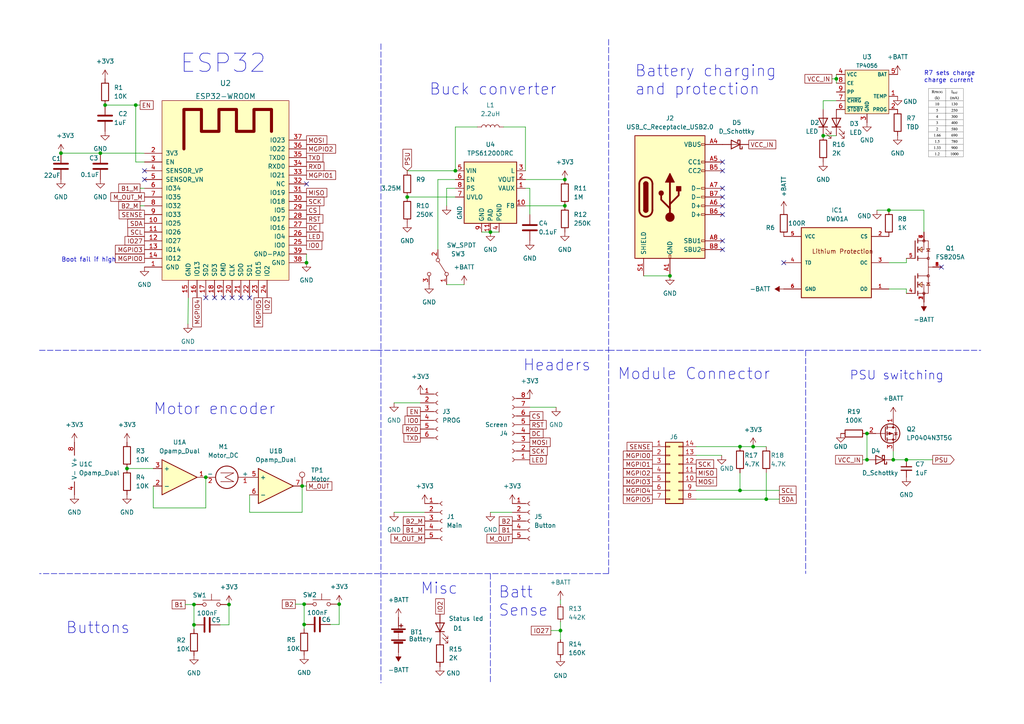
<source format=kicad_sch>
(kicad_sch (version 20211123) (generator eeschema)
  (paper "A4")
  (lib_symbols
    (symbol "Connector:Conn_01x05_Female" (pin_names (offset 1.016) hide)
      (property "Reference" "J" (at 0 7.62 0))
      (property "Value" "Conn_01x05_Female" (at 0 -7.62 0))
      (symbol "Conn_01x05_Female_1_1"
        (pin passive line (at -5.08 5.08 0) (length 3.81) (name "Pin_1") (number "1"))
        (pin passive line (at -5.08 2.54 0) (length 3.81) (name "Pin_2") (number "2"))
        (pin passive line (at -5.08 0 0) (length 3.81) (name "Pin_3") (number "3"))
        (pin passive line (at -5.08 -2.54 0) (length 3.81) (name "Pin_4") (number "4"))
        (pin passive line (at -5.08 -5.08 0) (length 3.81) (name "Pin_5") (number "5"))
      )
    )
    (symbol "Connector:Conn_01x06_Female" (pin_names (offset 1.016) hide)
      (property "Reference" "J" (at 0 7.62 0))
      (property "Value" "Conn_01x06_Female" (at 0 -10.16 0))
      (symbol "Conn_01x06_Female_1_1"
        (pin passive line (at -5.08 5.08 0) (length 3.81) (name "Pin_1") (number "1"))
        (pin passive line (at -5.08 2.54 0) (length 3.81) (name "Pin_2") (number "2"))
        (pin passive line (at -5.08 0 0) (length 3.81) (name "Pin_3") (number "3"))
        (pin passive line (at -5.08 -2.54 0) (length 3.81) (name "Pin_4") (number "4"))
        (pin passive line (at -5.08 -5.08 0) (length 3.81) (name "Pin_5") (number "5"))
        (pin passive line (at -5.08 -7.62 0) (length 3.81) (name "Pin_6") (number "6"))
      )
    )
    (symbol "Connector:Conn_01x08_Female" (pin_names (offset 1.016) hide)
      (property "Reference" "J" (at 0 10.16 0))
      (property "Value" "Conn_01x08_Female" (at 0 -12.7 0))
      (symbol "Conn_01x08_Female_1_1"
        (pin passive line (at -5.08 7.62 0) (length 3.81) (name "Pin_1") (number "1"))
        (pin passive line (at -5.08 5.08 0) (length 3.81) (name "Pin_2") (number "2"))
        (pin passive line (at -5.08 2.54 0) (length 3.81) (name "Pin_3") (number "3"))
        (pin passive line (at -5.08 0 0) (length 3.81) (name "Pin_4") (number "4"))
        (pin passive line (at -5.08 -2.54 0) (length 3.81) (name "Pin_5") (number "5"))
        (pin passive line (at -5.08 -5.08 0) (length 3.81) (name "Pin_6") (number "6"))
        (pin passive line (at -5.08 -7.62 0) (length 3.81) (name "Pin_7") (number "7"))
        (pin passive line (at -5.08 -10.16 0) (length 3.81) (name "Pin_8") (number "8"))
      )
    )
    (symbol "Connector:TestPoint" (pin_numbers hide) (pin_names (offset 0.762) hide)
      (property "Reference" "TP" (at 0 6.858 0))
      (property "Value" "TestPoint" (at 0 5.08 0))
      (symbol "TestPoint_1_1"
        (pin passive line (at 0 0 90) (length 2.54) (name "1") (number "1"))
      )
    )
    (symbol "Connector:USB_C_Receptacle_USB2.0" (pin_names (offset 1.016))
      (property "Reference" "J" (at -10.16 19.05 0))
      (property "Value" "USB_C_Receptacle_USB2.0" (at 19.05 19.05 0))
      (symbol "USB_C_Receptacle_USB2.0_1_1"
        (pin passive line (at 0 -22.86 90) (length 5.08) (name "GND") (number "A1"))
        (pin passive line (at 0 -22.86 90) (length 5.08) hide (name "GND") (number "A12"))
        (pin passive line (at 15.24 15.24 180) (length 5.08) (name "VBUS") (number "A4"))
        (pin bidirectional line (at 15.24 10.16 180) (length 5.08) (name "CC1") (number "A5"))
        (pin bidirectional line (at 15.24 -2.54 180) (length 5.08) (name "D+") (number "A6"))
        (pin bidirectional line (at 15.24 2.54 180) (length 5.08) (name "D-") (number "A7"))
        (pin bidirectional line (at 15.24 -12.7 180) (length 5.08) (name "SBU1") (number "A8"))
        (pin passive line (at 15.24 15.24 180) (length 5.08) hide (name "VBUS") (number "A9"))
        (pin passive line (at 0 -22.86 90) (length 5.08) hide (name "GND") (number "B1"))
        (pin passive line (at 0 -22.86 90) (length 5.08) hide (name "GND") (number "B12"))
        (pin passive line (at 15.24 15.24 180) (length 5.08) hide (name "VBUS") (number "B4"))
        (pin bidirectional line (at 15.24 7.62 180) (length 5.08) (name "CC2") (number "B5"))
        (pin bidirectional line (at 15.24 -5.08 180) (length 5.08) (name "D+") (number "B6"))
        (pin bidirectional line (at 15.24 0 180) (length 5.08) (name "D-") (number "B7"))
        (pin bidirectional line (at 15.24 -15.24 180) (length 5.08) (name "SBU2") (number "B8"))
        (pin passive line (at 15.24 15.24 180) (length 5.08) hide (name "VBUS") (number "B9"))
        (pin passive line (at -7.62 -22.86 90) (length 5.08) (name "SHIELD") (number "S1"))
      )
    )
    (symbol "Connector_Generic:Conn_02x07_Counter_Clockwise" (pin_names (offset 1.016) hide)
      (property "Reference" "J" (at 1.27 10.16 0))
      (property "Value" "Conn_02x07_Counter_Clockwise" (at 1.27 -10.16 0))
      (symbol "Conn_02x07_Counter_Clockwise_1_1"
        (pin passive line (at -5.08 7.62 0) (length 3.81) (name "Pin_1") (number "1"))
        (pin passive line (at 7.62 -2.54 180) (length 3.81) (name "Pin_10") (number "10"))
        (pin passive line (at 7.62 0 180) (length 3.81) (name "Pin_11") (number "11"))
        (pin passive line (at 7.62 2.54 180) (length 3.81) (name "Pin_12") (number "12"))
        (pin passive line (at 7.62 5.08 180) (length 3.81) (name "Pin_13") (number "13"))
        (pin passive line (at 7.62 7.62 180) (length 3.81) (name "Pin_14") (number "14"))
        (pin passive line (at -5.08 5.08 0) (length 3.81) (name "Pin_2") (number "2"))
        (pin passive line (at -5.08 2.54 0) (length 3.81) (name "Pin_3") (number "3"))
        (pin passive line (at -5.08 0 0) (length 3.81) (name "Pin_4") (number "4"))
        (pin passive line (at -5.08 -2.54 0) (length 3.81) (name "Pin_5") (number "5"))
        (pin passive line (at -5.08 -5.08 0) (length 3.81) (name "Pin_6") (number "6"))
        (pin passive line (at -5.08 -7.62 0) (length 3.81) (name "Pin_7") (number "7"))
        (pin passive line (at 7.62 -7.62 180) (length 3.81) (name "Pin_8") (number "8"))
        (pin passive line (at 7.62 -5.08 180) (length 3.81) (name "Pin_9") (number "9"))
      )
    )
    (symbol "DW01A:DW01A" (pin_names (offset 1.016))
      (property "Reference" "IC" (at -5.08 11.43 0))
      (property "Value" "DW01A" (at -5.08 -12.7 0))
      (symbol "DW01A_0_0"
        (text "Lithium Protection" (at -7.112 2.54 0) (effects (font (size 1.27 1.27)) (justify left bottom)))
        (pin bidirectional line (at 15.24 -7.62 180) (length 5.08) (name "OD") (number "1"))
        (pin bidirectional line (at 15.24 7.62 180) (length 5.08) (name "CS") (number "2"))
        (pin bidirectional line (at 15.24 0 180) (length 5.08) (name "OC") (number "3"))
        (pin bidirectional line (at -15.24 0 0) (length 5.08) (name "TD") (number "4"))
        (pin power_in line (at -15.24 7.62 0) (length 5.08) (name "VCC") (number "5"))
        (pin power_in line (at -15.24 -7.62 0) (length 5.08) (name "GND") (number "6"))
      )
    )
    (symbol "Device:Battery" (pin_numbers hide) (pin_names (offset 0) hide)
      (property "Reference" "BT" (at 2.54 2.54 0))
      (property "Value" "Battery" (at 2.54 0 0))
      (symbol "Battery_1_1"
        (pin passive line (at 0 5.08 270) (length 2.54) (name "+") (number "1"))
        (pin passive line (at 0 -5.08 90) (length 2.54) (name "-") (number "2"))
      )
    )
    (symbol "Device:C" (pin_numbers hide) (pin_names (offset 0.254))
      (property "Reference" "C" (at 0.635 2.54 0))
      (property "Value" "C" (at 0.635 -2.54 0))
      (symbol "C_1_1"
        (pin passive line (at 0 3.81 270) (length 2.794) (name "~") (number "1"))
        (pin passive line (at 0 -3.81 90) (length 2.794) (name "~") (number "2"))
      )
    )
    (symbol "Device:C_Small" (pin_numbers hide) (pin_names (offset 0.254) hide)
      (property "Reference" "C" (at 0.254 1.778 0))
      (property "Value" "C_Small" (at 0.254 -2.032 0))
      (symbol "C_Small_1_1"
        (pin passive line (at 0 2.54 270) (length 2.032) (name "~") (number "1"))
        (pin passive line (at 0 -2.54 90) (length 2.032) (name "~") (number "2"))
      )
    )
    (symbol "Device:D_Schottky" (pin_numbers hide) (pin_names (offset 1.016) hide)
      (property "Reference" "D" (at 0 2.54 0))
      (property "Value" "D_Schottky" (at 0 -2.54 0))
      (symbol "D_Schottky_1_1"
        (pin passive line (at -3.81 0 0) (length 2.54) (name "K") (number "1"))
        (pin passive line (at 3.81 0 180) (length 2.54) (name "A") (number "2"))
      )
    )
    (symbol "Device:L" (pin_numbers hide) (pin_names (offset 1.016) hide)
      (property "Reference" "L" (at -1.27 0 90))
      (property "Value" "L" (at 1.905 0 90))
      (symbol "L_1_1"
        (pin passive line (at 0 3.81 270) (length 1.27) (name "1") (number "1"))
        (pin passive line (at 0 -3.81 90) (length 1.27) (name "2") (number "2"))
      )
    )
    (symbol "Device:LED" (pin_numbers hide) (pin_names (offset 1.016) hide)
      (property "Reference" "D" (at 0 2.54 0))
      (property "Value" "LED" (at 0 -2.54 0))
      (symbol "LED_1_1"
        (pin passive line (at -3.81 0 0) (length 2.54) (name "K") (number "1"))
        (pin passive line (at 3.81 0 180) (length 2.54) (name "A") (number "2"))
      )
    )
    (symbol "Device:Opamp_Dual"
      (property "Reference" "U" (at 0 5.08 0))
      (property "Value" "Opamp_Dual" (at 0 -5.08 0))
      (symbol "Opamp_Dual_1_1"
        (pin output line (at 7.62 0 180) (length 2.54) (name "~") (number "1"))
        (pin input line (at -7.62 -2.54 0) (length 2.54) (name "-") (number "2"))
        (pin input line (at -7.62 2.54 0) (length 2.54) (name "+") (number "3"))
      )
      (symbol "Opamp_Dual_2_1"
        (pin input line (at -7.62 2.54 0) (length 2.54) (name "+") (number "5"))
        (pin input line (at -7.62 -2.54 0) (length 2.54) (name "-") (number "6"))
        (pin output line (at 7.62 0 180) (length 2.54) (name "~") (number "7"))
      )
      (symbol "Opamp_Dual_3_1"
        (pin power_in line (at -2.54 -7.62 90) (length 3.81) (name "V-") (number "4"))
        (pin power_in line (at -2.54 7.62 270) (length 3.81) (name "V+") (number "8"))
      )
    )
    (symbol "Device:Q_PMOS_DGS" (pin_names (offset 0) hide)
      (property "Reference" "Q" (at 5.08 1.27 0))
      (property "Value" "Q_PMOS_DGS" (at 5.08 -1.27 0))
      (symbol "Q_PMOS_DGS_1_1"
        (pin passive line (at 2.54 5.08 270) (length 2.54) (name "D") (number "1"))
        (pin input line (at -5.08 0 0) (length 2.54) (name "G") (number "2"))
        (pin passive line (at 2.54 -5.08 90) (length 2.54) (name "S") (number "3"))
      )
    )
    (symbol "Device:R" (pin_numbers hide) (pin_names (offset 0))
      (property "Reference" "R" (at 2.032 0 90))
      (property "Value" "R" (at 0 0 90))
      (symbol "R_1_1"
        (pin passive line (at 0 3.81 270) (length 1.27) (name "~") (number "1"))
        (pin passive line (at 0 -3.81 90) (length 1.27) (name "~") (number "2"))
      )
    )
    (symbol "Device:R_Small" (pin_numbers hide) (pin_names (offset 0.254) hide)
      (property "Reference" "R" (at 0.762 0.508 0))
      (property "Value" "R_Small" (at 0.762 -1.016 0))
      (symbol "R_Small_1_1"
        (pin passive line (at 0 2.54 270) (length 0.762) (name "~") (number "1"))
        (pin passive line (at 0 -2.54 90) (length 0.762) (name "~") (number "2"))
      )
    )
    (symbol "ESP32-footprints-Shem-Lib:ESP32-WROOM" (pin_names (offset 1.016))
      (property "Reference" "U" (at -17.78 31.75 0))
      (property "Value" "ESP32-WROOM" (at 12.7 31.75 0))
      (symbol "ESP32-WROOM_1_1"
        (pin input line (at -24.13 -17.78 0) (length 5.08) (name "GND") (number "1"))
        (pin input line (at -24.13 -5.08 0) (length 5.08) (name "IO25") (number "10"))
        (pin input line (at -24.13 -7.62 0) (length 5.08) (name "IO26") (number "11"))
        (pin input line (at -24.13 -10.16 0) (length 5.08) (name "IO27") (number "12"))
        (pin input line (at -24.13 -12.7 0) (length 5.08) (name "IO14") (number "13"))
        (pin input line (at -24.13 -15.24 0) (length 5.08) (name "IO12") (number "14"))
        (pin input line (at -11.43 -26.67 90) (length 5.08) (name "GND") (number "15"))
        (pin input line (at -8.89 -26.67 90) (length 5.08) (name "IO13") (number "16"))
        (pin input line (at -6.35 -26.67 90) (length 5.08) (name "SD2") (number "17"))
        (pin input line (at -3.81 -26.67 90) (length 5.08) (name "SD3") (number "18"))
        (pin input line (at -1.27 -26.67 90) (length 5.08) (name "CMD") (number "19"))
        (pin input line (at -24.13 15.24 0) (length 5.08) (name "3V3") (number "2"))
        (pin input line (at 1.27 -26.67 90) (length 5.08) (name "CLK") (number "20"))
        (pin input line (at 3.81 -26.67 90) (length 5.08) (name "SDO") (number "21"))
        (pin input line (at 6.35 -26.67 90) (length 5.08) (name "SD1") (number "22"))
        (pin input line (at 8.89 -26.67 90) (length 5.08) (name "IO15") (number "23"))
        (pin input line (at 11.43 -26.67 90) (length 5.08) (name "IO2") (number "24"))
        (pin input line (at 22.86 -11.43 180) (length 5.08) (name "IO0") (number "25"))
        (pin input line (at 22.86 -8.89 180) (length 5.08) (name "IO4") (number "26"))
        (pin input line (at 22.86 -6.35 180) (length 5.08) (name "IO16") (number "27"))
        (pin input line (at 22.86 -3.81 180) (length 5.08) (name "IO17") (number "28"))
        (pin input line (at 22.86 -1.27 180) (length 5.08) (name "IO5") (number "29"))
        (pin input line (at -24.13 12.7 0) (length 5.08) (name "EN") (number "3"))
        (pin input line (at 22.86 1.27 180) (length 5.08) (name "IO18") (number "30"))
        (pin input line (at 22.86 3.81 180) (length 5.08) (name "IO19") (number "31"))
        (pin input line (at 22.86 6.35 180) (length 5.08) (name "NC") (number "32"))
        (pin input line (at 22.86 8.89 180) (length 5.08) (name "IO21") (number "33"))
        (pin input line (at 22.86 11.43 180) (length 5.08) (name "RXD0") (number "34"))
        (pin input line (at 22.86 13.97 180) (length 5.08) (name "TXD0") (number "35"))
        (pin input line (at 22.86 16.51 180) (length 5.08) (name "IO22") (number "36"))
        (pin input line (at 22.86 19.05 180) (length 5.08) (name "IO23") (number "37"))
        (pin input line (at 22.86 -16.51 180) (length 5.08) (name "GND") (number "38"))
        (pin input line (at 22.86 -13.97 180) (length 5.08) (name "GND-PAD") (number "39"))
        (pin input line (at -24.13 10.16 0) (length 5.08) (name "SENSOR_VP") (number "4"))
        (pin input line (at -24.13 7.62 0) (length 5.08) (name "SENSOR_VN") (number "5"))
        (pin input line (at -24.13 5.08 0) (length 5.08) (name "IO34") (number "6"))
        (pin input line (at -24.13 2.54 0) (length 5.08) (name "IO35") (number "7"))
        (pin input line (at -24.13 0 0) (length 5.08) (name "IO32") (number "8"))
        (pin input line (at -24.13 -2.54 0) (length 5.08) (name "IO33") (number "9"))
      )
    )
    (symbol "FS8205A:FS8205A" (pin_names (offset 1.016) hide)
      (property "Reference" "Q" (at -11.43 7.62 0))
      (property "Value" "FS8205A" (at -11.43 -12.7 0))
      (symbol "FS8205A_0_0"
        (pin passive line (at 5.08 0 180) (length 2.54) (name "~") (number "1"))
        (pin passive line (at 0 -10.16 90) (length 2.54) (name "~") (number "2"))
        (pin passive line (at 0 -10.16 90) (length 2.54) (name "~") (number "3"))
        (pin passive line (at -5.08 -7.62 0) (length 2.54) (name "~") (number "4"))
        (pin passive line (at -5.08 2.54 0) (length 2.54) (name "~") (number "5"))
        (pin passive line (at 0 10.16 270) (length 2.54) (name "~") (number "6"))
        (pin passive line (at 0 10.16 270) (length 2.54) (name "~") (number "7"))
        (pin passive line (at 5.08 0 180) (length 2.54) (name "~") (number "8"))
      )
    )
    (symbol "Motor:Motor_DC" (pin_names (offset 0))
      (property "Reference" "M" (at 2.54 2.54 0))
      (property "Value" "Motor_DC" (at 2.54 -5.08 0))
      (symbol "Motor_DC_1_1"
        (pin passive line (at 0 5.08 270) (length 2.54) (name "+") (number "1"))
        (pin passive line (at 0 -7.62 90) (length 2.54) (name "-") (number "2"))
      )
    )
    (symbol "Regulator_Switching:TPS61200DRC"
      (property "Reference" "U" (at -10.16 8.89 0))
      (property "Value" "TPS61200DRC" (at -2.54 8.89 0))
      (symbol "TPS61200DRC_1_1"
        (pin bidirectional line (at 10.16 0 180) (length 2.54) (name "VAUX") (number "1"))
        (pin input line (at 10.16 -5.08 180) (length 2.54) (name "FB") (number "10"))
        (pin power_in line (at 0 -12.7 90) (length 2.54) (name "PAD") (number "11"))
        (pin power_out line (at 10.16 2.54 180) (length 2.54) (name "VOUT") (number "2"))
        (pin input line (at 10.16 5.08 180) (length 2.54) (name "L") (number "3"))
        (pin power_in line (at 2.54 -12.7 90) (length 2.54) (name "PGND") (number "4"))
        (pin power_in line (at -10.16 5.08 0) (length 2.54) (name "VIN") (number "5"))
        (pin input line (at -10.16 2.54 0) (length 2.54) (name "EN") (number "6"))
        (pin input line (at -10.16 -2.54 0) (length 2.54) (name "UVLO") (number "7"))
        (pin input line (at -10.16 0 0) (length 2.54) (name "PS") (number "8"))
        (pin power_in line (at -2.54 -12.7 90) (length 2.54) (name "GND") (number "9"))
      )
    )
    (symbol "Switch:SW_Push" (pin_numbers hide) (pin_names (offset 1.016) hide)
      (property "Reference" "SW" (at 1.27 2.54 0))
      (property "Value" "SW_Push" (at 0 -1.524 0))
      (symbol "SW_Push_0_1"
        (pin passive line (at -5.08 0 0) (length 2.54) (name "1") (number "1"))
        (pin passive line (at 5.08 0 180) (length 2.54) (name "2") (number "2"))
      )
    )
    (symbol "Switch:SW_SPDT" (pin_names (offset 0) hide)
      (property "Reference" "SW" (at 0 4.318 0))
      (property "Value" "SW_SPDT" (at 0 -5.08 0))
      (symbol "SW_SPDT_1_1"
        (pin passive line (at 5.08 2.54 180) (length 2.54) (name "A") (number "1"))
        (pin passive line (at -5.08 0 0) (length 2.54) (name "B") (number "2"))
        (pin passive line (at 5.08 -2.54 180) (length 2.54) (name "C") (number "3"))
      )
    )
    (symbol "power:+3.3V" (power) (pin_names (offset 0))
      (property "Value" "+3.3V" (at 0 3.556 0))
      (symbol "+3.3V_1_1"
        (pin power_in line (at 0 0 90) (length 0) hide (name "+3V3") (number "1"))
      )
    )
    (symbol "power:+BATT" (power) (pin_names (offset 0))
      (property "Value" "+BATT" (at 0 3.556 0))
      (symbol "+BATT_1_1"
        (pin power_in line (at 0 0 90) (length 0) hide (name "+BATT") (number "1"))
      )
    )
    (symbol "power:-BATT" (power) (pin_names (offset 0))
      (property "Value" "-BATT" (at 0 3.556 0))
      (symbol "-BATT_1_1"
        (pin power_in line (at 0 0 90) (length 0) hide (name "-BATT") (number "1"))
      )
    )
    (symbol "power:GND" (power) (pin_names (offset 0))
      (property "Value" "GND" (at 0 -3.81 0))
      (symbol "GND_1_1"
        (pin power_in line (at 0 0 270) (length 0) hide (name "GND") (number "1"))
      )
    )
    (symbol "tp4056:TP4056"
      (property "Reference" "U3" (at 6.35 16.51 0))
      (property "Value" "TP4056" (at 6.35 13.97 0))
      (symbol "TP4056_1_1"
        (pin input line (at 15.24 5.08 180) (length 2.54) (name "TEMP") (number "1"))
        (pin input line (at 15.24 1.27 180) (length 2.54) (name "PROG") (number "2"))
        (pin input line (at 6.35 -2.54 90) (length 2.54) (name "GND") (number "3"))
        (pin input line (at -2.54 11.43 0) (length 2.54) (name "VCC") (number "4"))
        (pin input line (at 15.24 11.43 180) (length 2.54) (name "BAT") (number "5"))
        (pin input line (at -2.54 1.27 0) (length 2.54) (name "~{STDBY}") (number "6"))
        (pin input line (at -2.54 3.81 0) (length 2.54) (name "~{CHRG}") (number "7"))
        (pin input line (at -2.54 8.89 0) (length 2.54) (name "CE") (number "8"))
        (pin input line (at -2.54 6.35 0) (length 2.54) (name "PP") (number "9"))
      )
    )
  )
  (junction (at 30.48 30.48))
  (junction (at 222.25 144.78))
  (junction (at 36.83 135.89))
  (junction (at 194.31 80.01))
  (junction (at 238.76 39.37))
  (junction (at 88.9 76.2))
  (junction (at 87.63 140.97))
  (junction (at 56.261 181.229))
  (junction (at 257.81 60.96))
  (junction (at 242.57 22.86))
  (junction (at 214.63 129.54))
  (junction (at 163.83 59.69))
  (junction (at 29.1084 44.4246))
  (junction (at 214.63 142.24))
  (junction (at 98.3742 175.2346))
  (junction (at 262.89 133.35))
  (junction (at 88.2142 175.2346))
  (junction (at 66.421 175.3362))
  (junction (at 251.46 133.35))
  (junction (at 251.46 125.73))
  (junction (at 118.11 57.15))
  (junction (at 163.83 52.07))
  (junction (at 88.2142 181.1274))
  (junction (at 59.69 138.43))
  (junction (at 259.08 133.35))
  (junction (at 39.37 30.48))
  (junction (at 142.24 67.31))
  (junction (at 132.08 49.53))
  (junction (at 162.56 182.88))
  (junction (at 218.44 129.54))
  (junction (at 17.6784 44.4246))
  (junction (at 56.261 175.3362))
  (no_connect (at 62.23 86.36))
  (no_connect (at 64.77 86.36))
  (no_connect (at 72.39 86.36))
  (no_connect (at 69.85 86.36))
  (no_connect (at 67.31 86.36))
  (no_connect (at 59.69 86.36))
  (no_connect (at 41.91 49.53))
  (no_connect (at 41.91 52.07))
  (no_connect (at 209.55 69.85))
  (no_connect (at 209.55 72.39))
  (no_connect (at 209.55 46.99))
  (no_connect (at 209.55 49.53))
  (no_connect (at 209.55 54.61))
  (no_connect (at 209.55 57.15))
  (no_connect (at 209.55 59.69))
  (no_connect (at 209.55 62.23))
  (no_connect (at 273.05 77.47))
  (no_connect (at 88.9 53.34))
  (no_connect (at 227.33 76.2))
  (wire (pts (xy 40.64 59.69) (xy 41.91 59.69)))
  (wire (pts (xy 44.45 140.97) (xy 44.45 147.32)))
  (wire (pts (xy 72.39 148.59) (xy 87.63 148.59)))
  (polyline (pts (xy 110.49 12.7) (xy 110.49 198.12)))
  (wire (pts (xy 152.4 59.69) (xy 163.83 59.69)))
  (wire (pts (xy 87.63 140.97) (xy 88.9 140.97)))
  (wire (pts (xy 88.2142 181.1274) (xy 88.2142 175.2346)))
  (wire (pts (xy 85.6742 175.2346) (xy 88.2142 175.2346)))
  (wire (pts (xy 254.3556 60.96) (xy 257.81 60.96)))
  (wire (pts (xy 162.56 180.34) (xy 162.56 182.88)))
  (wire (pts (xy 242.57 29.21) (xy 238.76 29.21)))
  (wire (pts (xy 132.08 49.53) (xy 132.08 36.83)))
  (wire (pts (xy 132.08 54.61) (xy 129.54 54.61)))
  (wire (pts (xy 114.3 116.84) (xy 121.92 116.84)))
  (wire (pts (xy 54.5084 93.98) (xy 54.61 86.36)))
  (wire (pts (xy 118.11 49.53) (xy 132.08 49.53)))
  (wire (pts (xy 29.1084 44.4246) (xy 40.5384 44.4246)))
  (wire (pts (xy 238.76 39.37) (xy 242.57 39.37)))
  (wire (pts (xy 17.6784 44.4246) (xy 29.1084 44.4246)))
  (wire (pts (xy 142.24 67.31) (xy 144.78 67.31)))
  (wire (pts (xy 222.25 144.78) (xy 201.93 144.78)))
  (wire (pts (xy 257.81 60.96) (xy 267.97 60.96)))
  (wire (pts (xy 262.89 76.2) (xy 262.89 74.93)))
  (wire (pts (xy 218.44 129.54) (xy 222.25 129.54)))
  (wire (pts (xy 127 52.07) (xy 132.08 52.07)))
  (polyline (pts (xy 233.68 101.6) (xy 233.68 166.37)))
  (wire (pts (xy 44.45 147.32) (xy 59.69 147.32)))
  (wire (pts (xy 139.7 67.31) (xy 142.24 67.31)))
  (wire (pts (xy 226.06 144.78) (xy 222.25 144.78)))
  (wire (pts (xy 214.63 137.16) (xy 214.63 142.24)))
  (wire (pts (xy 66.421 175.3362) (xy 66.421 181.229)))
  (wire (pts (xy 214.63 142.24) (xy 201.93 142.24)))
  (wire (pts (xy 226.06 142.24) (xy 214.63 142.24)))
  (wire (pts (xy 72.39 143.51) (xy 72.39 148.59)))
  (wire (pts (xy 152.4 36.83) (xy 152.4 49.53)))
  (wire (pts (xy 88.9 73.66) (xy 88.9 76.2)))
  (wire (pts (xy 242.57 22.86) (xy 242.57 24.13)))
  (wire (pts (xy 39.37 30.48) (xy 30.48 30.48)))
  (wire (pts (xy 39.37 30.48) (xy 40.64 30.48)))
  (wire (pts (xy 142.24 148.59) (xy 148.59 148.59)))
  (wire (pts (xy 159.766 182.88) (xy 162.56 182.88)))
  (wire (pts (xy 114.3 148.59) (xy 123.19 148.59)))
  (wire (pts (xy 162.56 182.88) (xy 162.56 185.547)))
  (wire (pts (xy 98.3742 181.1274) (xy 95.8342 181.1274)))
  (wire (pts (xy 59.69 147.32) (xy 59.69 138.43)))
  (wire (pts (xy 259.08 130.81) (xy 259.08 133.35)))
  (wire (pts (xy 134.62 82.55) (xy 129.54 82.55)))
  (wire (pts (xy 41.91 46.99) (xy 39.37 46.99)))
  (wire (pts (xy 129.54 54.61) (xy 129.54 59.69)))
  (wire (pts (xy 152.4 54.61) (xy 153.67 54.61)))
  (wire (pts (xy 40.64 54.61) (xy 41.91 54.61)))
  (wire (pts (xy 87.63 148.59) (xy 87.63 140.97)))
  (wire (pts (xy 251.46 125.73) (xy 251.46 133.35)))
  (wire (pts (xy 242.57 21.59) (xy 242.57 22.86)))
  (wire (pts (xy 56.261 182.499) (xy 56.261 181.229)))
  (polyline (pts (xy 176.53 101.6) (xy 233.68 101.6)))
  (wire (pts (xy 146.05 36.83) (xy 152.4 36.83)))
  (wire (pts (xy 66.421 181.229) (xy 63.881 181.229)))
  (wire (pts (xy 250.19 133.35) (xy 251.46 133.35)))
  (wire (pts (xy 153.67 54.61) (xy 153.67 62.23)))
  (wire (pts (xy 88.2142 182.3974) (xy 88.2142 181.1274)))
  (wire (pts (xy 259.08 133.35) (xy 262.89 133.35)))
  (wire (pts (xy 257.81 76.2) (xy 262.89 76.2)))
  (polyline (pts (xy 11.43 101.6) (xy 110.49 101.6)))
  (wire (pts (xy 241.3 22.86) (xy 242.57 22.86)))
  (wire (pts (xy 262.89 83.82) (xy 262.89 85.09)))
  (wire (pts (xy 39.37 46.99) (xy 39.37 30.48)))
  (wire (pts (xy 132.08 36.83) (xy 138.43 36.83)))
  (wire (pts (xy 186.69 80.01) (xy 194.31 80.01)))
  (polyline (pts (xy 233.68 101.6) (xy 284.48 101.6)))
  (wire (pts (xy 222.25 137.16) (xy 222.25 144.78)))
  (polyline (pts (xy 176.53 11.43) (xy 176.53 166.37)))
  (polyline (pts (xy 142.24 166.37) (xy 142.24 198.12)))
  (wire (pts (xy 267.97 60.96) (xy 267.97 67.31)))
  (wire (pts (xy 56.261 181.229) (xy 56.261 175.3362)))
  (wire (pts (xy 262.89 133.35) (xy 270.51 133.35)))
  (wire (pts (xy 238.76 29.21) (xy 238.76 31.75)))
  (wire (pts (xy 152.4 52.07) (xy 163.83 52.07)))
  (wire (pts (xy 53.721 175.3362) (xy 56.261 175.3362)))
  (wire (pts (xy 209.3214 132.08) (xy 201.93 132.08)))
  (wire (pts (xy 218.44 129.54) (xy 214.63 129.54)))
  (wire (pts (xy 127 72.39) (xy 127 52.07)))
  (wire (pts (xy 40.5384 44.4246) (xy 41.91 44.45)))
  (polyline (pts (xy 176.53 166.37) (xy 11.43 166.37)))
  (polyline (pts (xy 109.22 101.6) (xy 176.53 101.6)))
  (wire (pts (xy 98.3742 175.2346) (xy 98.3742 181.1274)))
  (wire (pts (xy 162.56 173.99) (xy 162.56 175.26)))
  (wire (pts (xy 257.81 83.82) (xy 262.89 83.82)))
  (wire (pts (xy 36.83 135.89) (xy 44.45 135.89)))
  (wire (pts (xy 214.63 129.54) (xy 201.93 129.54)))
  (wire (pts (xy 161.29 118.11) (xy 153.67 118.11)))
  (wire (pts (xy 118.11 57.15) (xy 132.08 57.15)))
  (image (at 274.32 35.56) (scale 0.331814))
  (text "ESP32" (at 52.07 21.59 0) (effects (font (size 5.27 5.27)) (justify left bottom)))
  (text "Buttons" (at 19.05 184.15 0) (effects (font (size 3.27 3.27)) (justify left bottom)))
  (text "Battery charging\nand protection" (at 184.0992 27.9146 0) (effects (font (size 3.27 3.27)) (justify left bottom)))
  (text "Buck converter\n" (at 124.46 27.94 0) (effects (font (size 3.27 3.27)) (justify left bottom)))
  (text "Module Connector\n" (at 179.07 110.49 0) (effects (font (size 3.27 3.27)) (justify left bottom)))
  (text "PSU switching\n" (at 246.38 110.49 0) (effects (font (size 2.54 2.54)) (justify left bottom)))
  (text "Batt\nSense" (at 144.526 179.07 0) (effects (font (size 3.27 3.27)) (justify left bottom)))
  (text "Headers\n" (at 171.45 107.95 180) (effects (font (size 3.27 3.27)) (justify right bottom)))
  (text "Misc\n" (at 121.92 172.72 0) (effects (font (size 3.27 3.27)) (justify left bottom)))
  (text "Boot fail if high\n" (at 17.78 76.2 0) (effects (font (size 1.27 1.27)) (justify left bottom)))
  (text "R7 sets charge \ncharge current\n" (at 267.97 24.13 0) (effects (font (size 1.27 1.27)) (justify left bottom)))
  (text "Motor encoder\n" (at 44.45 120.65 0) (effects (font (size 3.27 3.27)) (justify left bottom)))
  (global_label "VCC_IN" (shape passive) (at 217.17 41.91 0) (property "Intersheet References" "${INTERSHEET_REFS}" (effects hide)))
  (global_label "B1" (shape passive) (at 148.59 153.67 180) (property "Intersheet References" "${INTERSHEET_REFS}" (effects hide)))
  (global_label "TXD" (shape passive) (at 88.9 45.72 0) (property "Intersheet References" "${INTERSHEET_REFS}" (effects hide)))
  (global_label "M_OUT" (shape passive) (at 88.9 140.97 0) (property "Intersheet References" "${INTERSHEET_REFS}" (effects hide)))
  (global_label "SDA" (shape passive) (at 226.06 144.78 0) (property "Intersheet References" "${INTERSHEET_REFS}" (effects hide)))
  (global_label "LED" (shape passive) (at 153.67 133.35 0) (property "Intersheet References" "${INTERSHEET_REFS}" (effects hide)))
  (global_label "SENSE" (shape passive) (at 189.23 129.54 180) (property "Intersheet References" "${INTERSHEET_REFS}" (effects hide)))
  (global_label "MISO" (shape passive) (at 201.93 137.16 0) (property "Intersheet References" "${INTERSHEET_REFS}" (effects hide)))
  (global_label "B2" (shape passive) (at 85.6742 175.2346 180) (property "Intersheet References" "${INTERSHEET_REFS}" (effects hide)))
  (global_label "SCK" (shape passive) (at 88.9 58.42 0) (property "Intersheet References" "${INTERSHEET_REFS}" (effects hide)))
  (global_label "RST" (shape passive) (at 88.9 63.5 0) (property "Intersheet References" "${INTERSHEET_REFS}" (effects hide)))
  (global_label "M_OUT_M" (shape passive) (at 123.19 156.21 180) (property "Intersheet References" "${INTERSHEET_REFS}" (effects hide)))
  (global_label "MGPIO3" (shape passive) (at 41.91 72.39 180) (property "Intersheet References" "${INTERSHEET_REFS}" (effects hide)))
  (global_label "MGPIO5" (shape passive) (at 74.93 86.36 270) (property "Intersheet References" "${INTERSHEET_REFS}" (effects hide)))
  (global_label "PSU" (shape input) (at 118.11 49.53 90) (property "Intersheet References" "${INTERSHEET_REFS}" (effects hide)))
  (global_label "VCC_IN" (shape passive) (at 250.19 133.35 180) (property "Intersheet References" "${INTERSHEET_REFS}" (effects hide)))
  (global_label "VCC_IN" (shape passive) (at 241.3 22.86 180) (property "Intersheet References" "${INTERSHEET_REFS}" (effects hide)))
  (global_label "IO0" (shape passive) (at 88.9 71.12 0) (property "Intersheet References" "${INTERSHEET_REFS}" (effects hide)))
  (global_label "IO2" (shape passive) (at 77.47 86.36 270) (property "Intersheet References" "${INTERSHEET_REFS}" (effects hide)))
  (global_label "SDA" (shape passive) (at 41.91 64.77 180) (property "Intersheet References" "${INTERSHEET_REFS}" (effects hide)))
  (global_label "IO27" (shape passive) (at 41.91 69.85 180) (property "Intersheet References" "${INTERSHEET_REFS}" (effects hide)))
  (global_label "DC" (shape passive) (at 153.67 125.73 0) (property "Intersheet References" "${INTERSHEET_REFS}" (effects hide)))
  (global_label "CS" (shape passive) (at 88.9 60.96 0) (property "Intersheet References" "${INTERSHEET_REFS}" (effects hide)))
  (global_label "IO0" (shape passive) (at 121.92 121.92 180) (property "Intersheet References" "${INTERSHEET_REFS}" (effects hide)))
  (global_label "SCK" (shape passive) (at 201.93 134.62 0) (property "Intersheet References" "${INTERSHEET_REFS}" (effects hide)))
  (global_label "MGPIO2" (shape passive) (at 88.9 43.18 0) (property "Intersheet References" "${INTERSHEET_REFS}" (effects hide)))
  (global_label "MOSI" (shape passive) (at 88.9 40.64 0) (property "Intersheet References" "${INTERSHEET_REFS}" (effects hide)))
  (global_label "TXD" (shape passive) (at 121.92 127 180) (property "Intersheet References" "${INTERSHEET_REFS}" (effects hide)))
  (global_label "B2_M" (shape passive) (at 40.64 59.69 180) (property "Intersheet References" "${INTERSHEET_REFS}" (effects hide)))
  (global_label "SENSE" (shape passive) (at 41.91 62.23 180) (property "Intersheet References" "${INTERSHEET_REFS}" (effects hide)))
  (global_label "DC" (shape passive) (at 88.9 66.04 0) (property "Intersheet References" "${INTERSHEET_REFS}" (effects hide)))
  (global_label "MOSI" (shape passive) (at 201.93 139.7 0) (property "Intersheet References" "${INTERSHEET_REFS}" (effects hide)))
  (global_label "MGPIO1" (shape passive) (at 189.23 134.62 180) (property "Intersheet References" "${INTERSHEET_REFS}" (effects hide)))
  (global_label "MGPIO3" (shape passive) (at 189.23 139.7 180) (property "Intersheet References" "${INTERSHEET_REFS}" (effects hide)))
  (global_label "B1_M" (shape passive) (at 123.19 153.67 180) (property "Intersheet References" "${INTERSHEET_REFS}" (effects hide)))
  (global_label "B1_M" (shape passive) (at 40.64 54.61 180) (property "Intersheet References" "${INTERSHEET_REFS}" (effects hide)))
  (global_label "IO27" (shape passive) (at 159.766 182.88 180) (property "Intersheet References" "${INTERSHEET_REFS}" (effects hide)))
  (global_label "MGPIO1" (shape passive) (at 88.9 50.8 0) (property "Intersheet References" "${INTERSHEET_REFS}" (effects hide)))
  (global_label "SCL" (shape passive) (at 226.06 142.24 0) (property "Intersheet References" "${INTERSHEET_REFS}" (effects hide)))
  (global_label "IO2" (shape passive) (at 127.6096 178.1302 90) (property "Intersheet References" "${INTERSHEET_REFS}" (effects hide)))
  (global_label "RXD" (shape passive) (at 88.9 48.26 0) (property "Intersheet References" "${INTERSHEET_REFS}" (effects hide)))
  (global_label "MGPIO0" (shape passive) (at 41.91 74.93 180) (property "Intersheet References" "${INTERSHEET_REFS}" (effects hide)))
  (global_label "PSU" (shape output) (at 270.51 133.35 0) (property "Intersheet References" "${INTERSHEET_REFS}" (effects hide)))
  (global_label "MGPIO2" (shape passive) (at 189.23 137.16 180) (property "Intersheet References" "${INTERSHEET_REFS}" (effects hide)))
  (global_label "B2_M" (shape passive) (at 123.19 151.13 180) (property "Intersheet References" "${INTERSHEET_REFS}" (effects hide)))
  (global_label "SCK" (shape passive) (at 153.67 130.81 0) (property "Intersheet References" "${INTERSHEET_REFS}" (effects hide)))
  (global_label "SCL" (shape passive) (at 41.91 67.31 180) (property "Intersheet References" "${INTERSHEET_REFS}" (effects hide)))
  (global_label "MISO" (shape passive) (at 88.9 55.88 0) (property "Intersheet References" "${INTERSHEET_REFS}" (effects hide)))
  (global_label "M_OUT" (shape passive) (at 148.59 156.21 180) (property "Intersheet References" "${INTERSHEET_REFS}" (effects hide)))
  (global_label "MGPIO4" (shape passive) (at 189.23 142.24 180) (property "Intersheet References" "${INTERSHEET_REFS}" (effects hide)))
  (global_label "RST" (shape passive) (at 153.67 123.19 0) (property "Intersheet References" "${INTERSHEET_REFS}" (effects hide)))
  (global_label "B1" (shape passive) (at 53.721 175.3362 180) (property "Intersheet References" "${INTERSHEET_REFS}" (effects hide)))
  (global_label "M_OUT_M" (shape passive) (at 41.91 57.15 180) (property "Intersheet References" "${INTERSHEET_REFS}" (effects hide)))
  (global_label "LED" (shape passive) (at 88.9 68.58 0) (property "Intersheet References" "${INTERSHEET_REFS}" (effects hide)))
  (global_label "EN" (shape passive) (at 121.92 119.38 180) (property "Intersheet References" "${INTERSHEET_REFS}" (effects hide)))
  (global_label "RXD" (shape passive) (at 121.92 124.46 180) (property "Intersheet References" "${INTERSHEET_REFS}" (effects hide)))
  (global_label "B2" (shape passive) (at 148.59 151.13 180) (property "Intersheet References" "${INTERSHEET_REFS}" (effects hide)))
  (global_label "MGPIO5" (shape passive) (at 189.23 144.78 180) (property "Intersheet References" "${INTERSHEET_REFS}" (effects hide)))
  (global_label "MGPIO0" (shape passive) (at 189.23 132.08 180) (property "Intersheet References" "${INTERSHEET_REFS}" (effects hide)))
  (global_label "EN" (shape passive) (at 40.64 30.48 0) (property "Intersheet References" "${INTERSHEET_REFS}" (effects hide)))
  (global_label "MGPIO4" (shape passive) (at 57.15 86.36 270) (property "Intersheet References" "${INTERSHEET_REFS}" (effects hide)))
  (global_label "CS" (shape passive) (at 153.67 120.65 0) (property "Intersheet References" "${INTERSHEET_REFS}" (effects hide)))
  (global_label "MOSI" (shape passive) (at 153.67 128.27 0) (property "Intersheet References" "${INTERSHEET_REFS}" (effects hide)))
  (symbol (lib_id "power:GND") (at 29.1084 52.0446 0) (unit 1)
    (property "Reference" "#PWR0102" (effects hide))
    (property "Value" "GND" (at 29.1084 57.1246 0))
  )
  (symbol (lib_id "Device:R_Small") (at 162.56 188.087 0) (unit 1)
    (property "Reference" "R14" (at 164.846 186.8169 0) (effects (justify left)))
    (property "Value" "160K" (at 164.846 189.3569 0) (effects (justify left)))
    (property "Footprint" "Resistor_SMD:R_0402_1005Metric_Pad0.72x0.64mm_HandSolder" (effects hide))
  )
  (symbol (lib_id "power:GND") (at 142.24 67.31 0) (unit 1)
    (property "Reference" "#PWR0142" (effects hide))
    (property "Value" "GND" (at 142.24 72.39 0))
  )
  (symbol (lib_id "Device:R_Small") (at 162.56 177.8 0) (unit 1)
    (property "Reference" "R13" (at 164.846 176.5299 0) (effects (justify left)))
    (property "Value" "442K" (at 164.846 179.0699 0) (effects (justify left)))
    (property "Footprint" "Resistor_SMD:R_0402_1005Metric_Pad0.72x0.64mm_HandSolder" (effects hide))
  )
  (symbol (lib_id "Device:C") (at 17.6784 48.2346 0) (unit 1)
    (property "Reference" "C1" (at 14.986 46.0248 0) (effects (justify left)))
    (property "Value" "22uF" (at 12.6746 50.8762 0) (effects (justify left)))
    (property "Footprint" "Capacitor_SMD:C_0805_2012Metric_Pad1.18x1.45mm_HandSolder" (effects hide))
  )
  (symbol (lib_id "power:GND") (at 194.31 80.01 0) (unit 1)
    (property "Reference" "#PWR0121" (effects hide))
    (property "Value" "GND" (at 194.31 85.09 0))
  )
  (symbol (lib_id "Regulator_Switching:TPS61200DRC") (at 142.24 54.61 0) (unit 1)
    (property "Reference" "U4" (at 142.24 41.91 0))
    (property "Value" "TPS61200DRC" (at 142.24 44.45 0))
    (property "Footprint" "Package_SON:Texas_S-PVSON-N10_ThermalVias" (effects hide))
    (property "Datasheet" "http://www.ti.com/lit/ds/symlink/tps61200.pdf" (effects hide))
  )
  (symbol (lib_id "Device:R") (at 238.76 43.18 0) (unit 1)
    (property "Reference" "R16" (at 241.3 41.9099 0) (effects (justify left)))
    (property "Value" "2K" (at 241.3 44.4499 0) (effects (justify left)))
    (property "Footprint" "Resistor_SMD:R_0805_2012Metric" (effects hide))
  )
  (symbol (lib_id "power:+3.3V") (at 121.92 114.3 0) (unit 1)
    (property "Reference" "#PWR0132" (effects hide))
    (property "Value" "+3.3V" (at 121.92 109.22 0))
  )
  (symbol (lib_id "Device:R") (at 214.63 133.35 0) (unit 1)
    (property "Reference" "R17" (at 215.9 132.08 0) (effects (justify left)))
    (property "Value" "4.7K" (at 215.9 134.62 0) (effects (justify left)))
    (property "Footprint" "Resistor_SMD:R_0805_2012Metric" (effects hide))
  )
  (symbol (lib_id "power:GND") (at 260.35 27.94 0) (unit 1)
    (property "Reference" "#PWR0123" (effects hide))
    (property "Value" "GND" (at 264.0076 29.464 0))
  )
  (symbol (lib_id "Device:R") (at 36.83 132.08 0) (unit 1)
    (property "Reference" "R3" (at 39.37 130.8099 0) (effects (justify left)))
    (property "Value" "10K" (at 39.37 133.3499 0) (effects (justify left)))
    (property "Footprint" "Resistor_SMD:R_0805_2012Metric_Pad1.20x1.40mm_HandSolder" (effects hide))
  )
  (symbol (lib_id "power:+3.3V") (at 153.67 115.57 0) (unit 1)
    (property "Reference" "#PWR0134" (effects hide))
    (property "Value" "+3.3V" (at 153.67 110.49 0))
  )
  (symbol (lib_id "power:GND") (at 254.3556 60.96 0) (unit 1)
    (property "Reference" "#PWR0127" (effects hide))
    (property "Value" "GND" (at 250.698 62.6364 0))
  )
  (symbol (lib_id "Device:C_Small") (at 262.89 135.89 0) (unit 1)
    (property "Reference" "C7" (at 265.43 134.6262 0) (effects (justify left)))
    (property "Value" "1uF" (at 265.43 137.1662 0) (effects (justify left)))
    (property "Footprint" "Capacitor_SMD:C_0805_2012Metric_Pad1.18x1.45mm_HandSolder" (effects hide))
  )
  (symbol (lib_id "Connector_Generic:Conn_02x07_Counter_Clockwise") (at 194.31 137.16 0) (unit 1)
    (property "Reference" "J6" (at 195.453 126.7206 0))
    (property "Value" "Conn_02x07_Counter_Clockwise" (effects hide))
    (property "Footprint" "Connector_PinHeader_1.27mm:PinHeader_2x07_P1.27mm_Horizontal" (effects hide))
  )
  (symbol (lib_id "power:GND") (at 251.46 35.56 0) (unit 1)
    (property "Reference" "#PWR0122" (effects hide))
    (property "Value" "GND" (at 251.46 40.64 0))
  )
  (symbol (lib_id "power:GND") (at 238.76 46.99 0) (unit 1)
    (property "Reference" "#PWR0119" (effects hide))
    (property "Value" "GND" (at 238.76 52.07 0))
  )
  (symbol (lib_id "power:GND") (at 162.56 190.627 0) (unit 1)
    (property "Reference" "#PWR0148" (effects hide))
    (property "Value" "GND" (at 162.56 195.961 0))
  )
  (symbol (lib_id "Device:R") (at 118.11 60.96 0) (unit 1)
    (property "Reference" "R10" (at 120.65 59.6899 0) (effects (justify left)))
    (property "Value" "250K" (at 120.65 62.2299 0) (effects (justify left)))
    (property "Footprint" "Inductor_SMD:L_0805_2012Metric" (effects hide))
  )
  (symbol (lib_id "power:GND") (at 41.91 77.47 0) (unit 1)
    (property "Reference" "#PWR0103" (effects hide))
    (property "Value" "GND" (at 41.91 82.55 0))
  )
  (symbol (lib_id "Switch:SW_SPDT") (at 127 77.47 270) (unit 1)
    (property "Reference" "SW3" (at 130.81 73.66 90) (effects (justify left)))
    (property "Value" "SW_SPDT" (at 129.54 71.12 90) (effects (justify left)))
    (property "Footprint" "Connector_PinHeader_2.00mm:PinHeader_1x03_P2.00mm_Vertical" (effects hide))
  )
  (symbol (lib_id "Connector:USB_C_Receptacle_USB2.0") (at 194.31 57.15 0) (unit 1)
    (property "Reference" "J2" (at 194.31 34.29 0))
    (property "Value" "USB_C_Receptacle_USB2.0" (at 194.31 36.83 0))
    (property "Footprint" "Connector_USB:USB_C_Receptacle_GCT_USB4085" (effects hide))
    (property "Datasheet" "https://www.usb.org/sites/default/files/documents/usb_type-c.zip" (effects hide))
  )
  (symbol (lib_id "Connector:Conn_01x05_Female") (at 153.67 151.13 0) (unit 1)
    (property "Reference" "J5" (at 154.94 149.8599 0) (effects (justify left)))
    (property "Value" "Button" (at 154.94 152.3999 0) (effects (justify left)))
    (property "Footprint" "Connector_PinHeader_2.54mm:PinHeader_1x05_P2.54mm_Vertical" (effects hide))
  )
  (symbol (lib_id "power:GND") (at 114.3 116.84 0) (unit 1)
    (property "Reference" "#PWR0133" (effects hide))
    (property "Value" "GND" (at 114.3 121.92 0))
  )
  (symbol (lib_id "Device:Q_PMOS_DGS") (at 256.54 125.73 0) (unit 1)
    (property "Reference" "Q2" (at 262.89 124.4599 0) (effects (justify left)))
    (property "Value" "LP0404N3T5G" (at 262.89 126.9999 0) (effects (justify left)))
    (property "Footprint" "Package_TO_SOT_SMD:SOT-883" (effects hide))
  )
  (symbol (lib_id "power:GND") (at 262.89 138.43 0) (unit 1)
    (property "Reference" "#PWR0152" (effects hide))
    (property "Value" "GND" (at 262.89 143.51 0))
  )
  (symbol (lib_id "power:GND") (at 124.46 82.55 0) (unit 1)
    (property "Reference" "#PWR0146" (effects hide))
    (property "Value" "GND" (at 124.46 87.63 0))
  )
  (symbol (lib_id "Device:LED") (at 127.6096 181.9402 90) (unit 1)
    (property "Reference" "D1" (at 131.4196 182.2576 90) (effects (justify right)))
    (property "Value" "Status led" (at 130.1496 179.4002 90) (effects (justify right)))
    (property "Footprint" "LED_SMD:LED_0603_1608Metric_Pad1.05x0.95mm_HandSolder" (effects hide))
  )
  (symbol (lib_id "Device:C") (at 60.071 181.229 90) (unit 1)
    (property "Reference" "C5" (at 62.6618 179.8066 90))
    (property "Value" "100nF" (at 60.1218 177.8254 90))
    (property "Footprint" "Capacitor_SMD:C_0805_2012Metric_Pad1.18x1.45mm_HandSolder" (effects hide))
  )
  (symbol (lib_id "power:+3.3V") (at 148.59 146.05 0) (unit 1)
    (property "Reference" "#PWR0131" (effects hide))
    (property "Value" "+3.3V" (at 148.59 140.97 0))
  )
  (symbol (lib_id "power:GND") (at 209.3214 132.08 0) (unit 1)
    (property "Reference" "#PWR0149" (effects hide))
    (property "Value" "GND" (at 210.82 135.89 0))
  )
  (symbol (lib_id "power:+3.3V") (at 218.44 129.54 0) (unit 1)
    (property "Reference" "#PWR0150" (effects hide))
    (property "Value" "+3.3V" (at 218.44 124.6378 0))
  )
  (symbol (lib_id "Device:Opamp_Dual") (at 80.01 140.97 0) (unit 2)
    (property "Reference" "U1" (at 80.01 130.81 0))
    (property "Value" "Opamp_Dual" (at 80.01 133.35 0))
    (property "Footprint" "Package_SO:SOIC-8_3.9x4.9mm_P1.27mm" (effects hide))
  )
  (symbol (lib_id "power:GND") (at 129.54 59.69 0) (unit 1)
    (property "Reference" "#PWR0138" (effects hide))
    (property "Value" "GND" (at 133.35 59.69 90) (effects (justify right)))
  )
  (symbol (lib_id "power:+3.3V") (at 66.421 175.3362 0) (unit 1)
    (property "Reference" "#PWR0114" (effects hide))
    (property "Value" "+3.3V" (at 66.421 170.2562 0))
  )
  (symbol (lib_id "Device:R") (at 163.83 63.5 0) (unit 1)
    (property "Reference" "R12" (at 166.37 62.2299 0) (effects (justify left)))
    (property "Value" "250K" (at 166.37 64.7699 0) (effects (justify left)))
    (property "Footprint" "Inductor_SMD:L_0805_2012Metric" (effects hide))
  )
  (symbol (lib_id "power:GND") (at 243.84 125.73 0) (unit 1)
    (property "Reference" "#PWR0118" (effects hide))
    (property "Value" "GND" (at 243.84 129.54 0))
  )
  (symbol (lib_id "Device:Opamp_Dual") (at 52.07 138.43 0) (unit 1)
    (property "Reference" "U1" (at 52.07 128.27 0))
    (property "Value" "Opamp_Dual" (at 52.07 130.81 0))
    (property "Footprint" "Package_SO:SOIC-8_3.9x4.9mm_P1.27mm" (effects hide))
  )
  (symbol (lib_id "Device:R") (at 257.81 64.77 0) (unit 1)
    (property "Reference" "R8" (at 260.35 63.4999 0) (effects (justify left)))
    (property "Value" "1K" (at 260.35 66.0399 0) (effects (justify left)))
    (property "Footprint" "Resistor_SMD:R_0805_2012Metric" (effects hide))
  )
  (symbol (lib_id "power:-BATT") (at 227.33 83.82 90) (unit 1)
    (property "Reference" "#PWR0128" (effects hide))
    (property "Value" "-BATT" (at 223.52 83.8199 90) (effects (justify left)))
  )
  (symbol (lib_id "power:GND") (at 88.2142 190.0174 0) (unit 1)
    (property "Reference" "#PWR0117" (effects hide))
    (property "Value" "GND" (at 88.2142 195.0974 0))
  )
  (symbol (lib_id "power:+3.3V") (at 21.59 128.27 0) (unit 1)
    (property "Reference" "#PWR0111" (effects hide))
    (property "Value" "+3.3V" (at 21.59 123.19 0))
  )
  (symbol (lib_id "FS8205A:FS8205A") (at 267.97 77.47 0) (unit 1)
    (property "Reference" "Q1" (at 275.59 72.0088 0))
    (property "Value" "FS8205A" (at 275.59 74.5488 0))
    (property "Footprint" "FS8205A:SOP65P640X120-8N" (effects hide))
    (property "MANUFACTURER" "Fortune Semiconductor" (effects hide))
    (property "MAXIMUM_PACKAGE_HEIGHT" "1.2mm" (effects hide))
    (property "STANDARD" "IPC 7351B" (effects hide))
    (property "PARTREV" "1.7" (effects hide))
  )
  (symbol (lib_id "ESP32-footprints-Shem-Lib:ESP32-WROOM") (at 66.04 59.69 0) (unit 1)
    (property "Reference" "U2" (at 65.405 24.13 0) (effects (font (size 1.524 1.524))))
    (property "Value" "ESP32-WROOM" (at 65.405 27.94 0) (effects (font (size 1.524 1.524))))
    (property "Footprint" "ESP32-footprints-Lib:ESP32-WROOM" (effects hide))
  )
  (symbol (lib_id "power:+BATT") (at 259.08 120.65 0) (unit 1)
    (property "Reference" "#PWR0137" (effects hide))
    (property "Value" "+BATT" (at 259.08 115.57 0))
  )
  (symbol (lib_id "Device:C") (at 153.67 66.04 0) (unit 1)
    (property "Reference" "C4" (at 156.21 64.77 0) (effects (justify left)))
    (property "Value" "0.1uF" (at 156.21 67.31 0) (effects (justify left)))
    (property "Footprint" "Capacitor_SMD:C_0805_2012Metric_Pad1.18x1.45mm_HandSolder" (effects hide))
  )
  (symbol (lib_id "Device:R") (at 118.11 53.34 0) (unit 1)
    (property "Reference" "R9" (at 120.65 52.0699 0) (effects (justify left)))
    (property "Value" "3.25M" (at 110.49 54.61 0) (effects (justify left)))
    (property "Footprint" "Inductor_SMD:L_0805_2012Metric" (effects hide))
  )
  (symbol (lib_id "power:+BATT") (at 227.33 60.96 0) (unit 1)
    (property "Reference" "#PWR0120" (effects hide))
    (property "Value" "+BATT" (at 227.3301 57.15 90) (effects (justify left)))
  )
  (symbol (lib_id "power:GND") (at 56.261 190.119 0) (unit 1)
    (property "Reference" "#PWR0115" (effects hide))
    (property "Value" "GND" (at 56.261 195.199 0))
  )
  (symbol (lib_id "power:GND") (at 260.35 39.37 0) (unit 1)
    (property "Reference" "#PWR0124" (effects hide))
    (property "Value" "GND" (at 260.35 44.45 0))
  )
  (symbol (lib_id "Device:L") (at 142.24 36.83 90) (unit 1)
    (property "Reference" "L1" (at 142.24 30.48 90))
    (property "Value" "2.2uH" (at 142.24 33.02 90))
    (property "Footprint" "Inductor_SMD:L_1008_2520Metric_Pad1.43x2.20mm_HandSolder" (effects hide))
  )
  (symbol (lib_id "Connector:Conn_01x05_Female") (at 128.27 151.13 0) (unit 1)
    (property "Reference" "J1" (at 129.54 149.8599 0) (effects (justify left)))
    (property "Value" "Main" (at 129.54 152.3999 0) (effects (justify left)))
    (property "Footprint" "Connector_PinHeader_2.54mm:PinHeader_1x05_P2.54mm_Vertical" (effects hide))
  )
  (symbol (lib_id "power:+3.3V") (at 123.19 146.05 0) (unit 1)
    (property "Reference" "#PWR0129" (effects hide))
    (property "Value" "+3.3V" (at 123.19 140.97 0))
  )
  (symbol (lib_id "power:GND") (at 142.24 148.59 0) (unit 1)
    (property "Reference" "#PWR0136" (effects hide))
    (property "Value" "GND" (at 142.24 153.67 0))
  )
  (symbol (lib_id "power:+BATT") (at 162.56 173.99 0) (unit 1)
    (property "Reference" "#PWR0151" (effects hide))
    (property "Value" "+BATT" (at 162.56 168.91 0))
  )
  (symbol (lib_id "Device:R") (at 36.83 139.7 0) (unit 1)
    (property "Reference" "R4" (at 39.37 138.4299 0) (effects (justify left)))
    (property "Value" "10K" (at 39.37 140.9699 0) (effects (justify left)))
    (property "Footprint" "Resistor_SMD:R_0805_2012Metric_Pad1.20x1.40mm_HandSolder" (effects hide))
  )
  (symbol (lib_id "power:GND") (at 153.67 69.85 0) (unit 1)
    (property "Reference" "#PWR0145" (effects hide))
    (property "Value" "GND" (at 153.67 74.93 0))
  )
  (symbol (lib_id "Device:C") (at 29.1084 48.2346 0) (unit 1)
    (property "Reference" "C3" (at 25.8318 45.847 0) (effects (justify left)))
    (property "Value" "0.1uF" (at 23.3172 50.673 0) (effects (justify left)))
    (property "Footprint" "Capacitor_SMD:C_0805_2012Metric_Pad1.18x1.45mm_HandSolder" (effects hide))
  )
  (symbol (lib_id "power:GND") (at 163.83 67.31 0) (unit 1)
    (property "Reference" "#PWR0144" (effects hide))
    (property "Value" "GND" (at 163.83 72.39 0))
  )
  (symbol (lib_id "power:GND") (at 54.5084 93.98 0) (unit 1)
    (property "Reference" "#PWR0105" (effects hide))
    (property "Value" "GND" (at 54.5084 99.06 0))
  )
  (symbol (lib_id "power:GND") (at 161.29 118.11 0) (unit 1)
    (property "Reference" "#PWR0135" (effects hide))
    (property "Value" "GND" (at 161.29 123.19 0))
  )
  (symbol (lib_id "Device:R") (at 163.83 55.88 0) (unit 1)
    (property "Reference" "R11" (at 166.37 54.6099 0) (effects (justify left)))
    (property "Value" "1M" (at 166.37 57.1499 0) (effects (justify left)))
    (property "Footprint" "Inductor_SMD:L_0805_2012Metric" (effects hide))
  )
  (symbol (lib_id "Device:R") (at 56.261 186.309 0) (unit 1)
    (property "Reference" "R2" (at 51.181 185.674 0) (effects (justify left)))
    (property "Value" "10K" (at 51.181 188.214 0) (effects (justify left)))
    (property "Footprint" "Resistor_SMD:R_0805_2012Metric_Pad1.20x1.40mm_HandSolder" (effects hide))
  )
  (symbol (lib_id "power:GND") (at 36.83 143.51 0) (unit 1)
    (property "Reference" "#PWR0112" (effects hide))
    (property "Value" "GND" (at 36.83 148.59 0))
  )
  (symbol (lib_id "Motor:Motor_DC") (at 67.31 138.43 270) (unit 1)
    (property "Reference" "M1" (at 64.77 129.54 90))
    (property "Value" "Motor_DC" (at 64.77 132.08 90))
    (property "Footprint" "Connector_PinSocket_2.54mm:PinSocket_1x02_P2.54mm_Vertical" (effects hide))
  )
  (symbol (lib_id "power:+3.3V") (at 30.48 22.86 0) (unit 1)
    (property "Reference" "#PWR0107" (effects hide))
    (property "Value" "+3.3V" (at 30.48 17.78 0))
  )
  (symbol (lib_id "power:+BATT") (at 134.62 82.55 0) (unit 1)
    (property "Reference" "#PWR0147" (effects hide))
    (property "Value" "+BATT" (at 134.62 77.47 0))
  )
  (symbol (lib_id "power:+3.3V") (at 98.3742 175.2346 0) (unit 1)
    (property "Reference" "#PWR0113" (effects hide))
    (property "Value" "+3.3V" (at 98.3742 170.1546 0))
  )
  (symbol (lib_id "Device:R") (at 222.25 133.35 0) (unit 1)
    (property "Reference" "R18" (at 223.52 132.08 0) (effects (justify left)))
    (property "Value" "4.7K" (at 223.52 134.62 0) (effects (justify left)))
    (property "Footprint" "Resistor_SMD:R_0805_2012Metric" (effects hide))
  )
  (symbol (lib_id "Device:R") (at 227.33 64.77 180) (unit 1)
    (property "Reference" "R6" (at 224.79 66.0401 0) (effects (justify left)))
    (property "Value" "100R" (at 233.68 64.77 0) (effects (justify left)))
    (property "Footprint" "Resistor_SMD:R_0805_2012Metric" (effects hide))
  )
  (symbol (lib_id "Device:R") (at 127.6096 189.5602 0) (unit 1)
    (property "Reference" "R15" (at 130.1496 188.2901 0) (effects (justify left)))
    (property "Value" "2K" (at 130.1496 190.8301 0) (effects (justify left)))
    (property "Footprint" "Resistor_SMD:R_0805_2012Metric" (effects hide))
  )
  (symbol (lib_id "DW01A:DW01A") (at 242.57 76.2 0) (unit 1)
    (property "Reference" "IC1" (at 242.7794 60.96 0))
    (property "Value" "DW01A" (at 242.7794 63.5 0))
    (property "Footprint" "DW01A:SOT23-6" (effects hide))
    (property "MPN" "DW01A" (effects hide))
    (property "VALUE" "DW01A" (effects hide))
    (property "LCSC" "C351410" (effects hide))
  )
  (symbol (lib_id "Device:D_Schottky") (at 213.36 41.91 180) (unit 1)
    (property "Reference" "D5" (at 213.6775 35.56 0))
    (property "Value" "D_Schottky" (at 213.6775 38.1 0))
    (property "Footprint" "Diode_SMD:D_0603_1608Metric" (effects hide))
  )
  (symbol (lib_id "power:+3.3V") (at 17.6784 44.4246 0) (unit 1)
    (property "Reference" "#PWR0101" (effects hide))
    (property "Value" "+3.3V" (at 18.9484 39.3446 0))
  )
  (symbol (lib_id "Device:Opamp_Dual") (at 24.13 135.89 0) (unit 3)
    (property "Reference" "U1" (at 22.86 134.6199 0) (effects (justify left)))
    (property "Value" "Opamp_Dual" (at 22.86 137.1599 0) (effects (justify left)))
    (property "Footprint" "Package_SO:SOIC-8_3.9x4.9mm_P1.27mm" (effects hide))
  )
  (symbol (lib_id "power:GND") (at 21.59 143.51 0) (unit 1)
    (property "Reference" "#PWR0108" (effects hide))
    (property "Value" "GND" (at 21.59 148.59 0))
  )
  (symbol (lib_id "Device:R") (at 88.2142 186.2074 0) (unit 1)
    (property "Reference" "R5" (at 83.1342 185.5724 0) (effects (justify left)))
    (property "Value" "10K" (at 83.1342 188.1124 0) (effects (justify left)))
    (property "Footprint" "Resistor_SMD:R_0805_2012Metric_Pad1.20x1.40mm_HandSolder" (effects hide))
  )
  (symbol (lib_id "power:GND") (at 114.3 148.59 0) (unit 1)
    (property "Reference" "#PWR0130" (effects hide))
    (property "Value" "GND" (at 114.3 153.67 0))
  )
  (symbol (lib_id "Device:R") (at 247.65 125.73 90) (unit 1)
    (property "Reference" "R19" (at 247.65 119.38 90))
    (property "Value" "100K" (at 247.65 121.92 90))
    (property "Footprint" "Resistor_SMD:R_0805_2012Metric" (effects hide))
  )
  (symbol (lib_id "Switch:SW_Push") (at 61.341 175.3362 0) (unit 1)
    (property "Reference" "SW1" (at 57.912 172.6438 0))
    (property "Value" "SW_Push" (effects hide))
    (property "Footprint" "Button_Switch_SMD:SW_Push_1P1T-MP_NO_Horizontal_Alps_SKRTLAE010" (effects hide))
  )
  (symbol (lib_id "power:GND") (at 30.48 38.1 0) (unit 1)
    (property "Reference" "#PWR0104" (effects hide))
    (property "Value" "GND" (at 29.1084 43.1546 0))
  )
  (symbol (lib_id "power:GND") (at 88.9 76.2 0) (unit 1)
    (property "Reference" "#PWR0106" (effects hide))
    (property "Value" "GND" (at 88.9 81.28 0))
  )
  (symbol (lib_id "power:+BATT") (at 260.35 21.59 0) (unit 1)
    (property "Reference" "#PWR0125" (effects hide))
    (property "Value" "+BATT" (at 260.35 16.51 0))
  )
  (symbol (lib_id "power:+3.3V") (at 36.83 128.27 0) (unit 1)
    (property "Reference" "#PWR0110" (effects hide))
    (property "Value" "+3.3V" (at 36.83 123.19 0))
  )
  (symbol (lib_id "Device:LED") (at 242.57 35.56 90) (unit 1)
    (property "Reference" "D3" (at 246.38 35.8774 90) (effects (justify right)))
    (property "Value" "LED" (at 246.38 38.4174 90) (effects (justify right)))
    (property "Footprint" "LED_SMD:LED_0603_1608Metric_Pad1.05x0.95mm_HandSolder" (effects hide))
  )
  (symbol (lib_id "Device:R") (at 30.48 26.67 0) (unit 1)
    (property "Reference" "R1" (at 33.02 25.3999 0) (effects (justify left)))
    (property "Value" "10K" (at 33.02 27.9399 0) (effects (justify left)))
    (property "Footprint" "Resistor_SMD:R_0805_2012Metric_Pad1.20x1.40mm_HandSolder" (effects hide))
  )
  (symbol (lib_id "Device:LED") (at 238.76 35.56 90) (unit 1)
    (property "Reference" "D2" (at 234.95 35.56 90) (effects (justify right)))
    (property "Value" "LED" (at 233.68 38.1 90) (effects (justify right)))
    (property "Footprint" "LED_SMD:LED_0603_1608Metric_Pad1.05x0.95mm_HandSolder" (effects hide))
  )
  (symbol (lib_id "power:-BATT") (at 267.97 87.63 180) (unit 1)
    (property "Reference" "#PWR0126" (effects hide))
    (property "Value" "-BATT" (at 267.97 92.71 0))
  )
  (symbol (lib_id "Device:D_Schottky") (at 255.27 133.35 180) (unit 1)
    (property "Reference" "D4" (at 254 130.81 0))
    (property "Value" "D_Schottky" (at 255.27 137.16 0))
    (property "Footprint" "Diode_SMD:D_0603_1608Metric" (effects hide))
  )
  (symbol (lib_id "tp4056:TP4056") (at 245.11 33.02 0) (unit 1)
    (property "Reference" "U3" (at 251.46 16.51 0))
    (property "Value" "TP4056" (at 251.46 19.05 0) (effects (font (size 1.1 1.1))))
    (property "Footprint" "Package_SO:SOIC-8-1EP_3.9x4.9mm_P1.27mm_EP2.29x3mm" (effects hide))
  )
  (symbol (lib_id "Device:C") (at 92.0242 181.1274 90) (unit 1)
    (property "Reference" "C6" (at 94.615 179.705 90))
    (property "Value" "100nF" (at 92.075 177.7238 90))
    (property "Footprint" "Capacitor_SMD:C_0805_2012Metric_Pad1.18x1.45mm_HandSolder" (effects hide))
  )
  (symbol (lib_id "Connector:Conn_01x06_Female") (at 127 119.38 0) (unit 1)
    (property "Reference" "J3" (at 128.27 119.3799 0) (effects (justify left)))
    (property "Value" "PROG" (at 128.27 121.9199 0) (effects (justify left)))
    (property "Footprint" "Connector_PinSocket_2.54mm:PinSocket_1x06_P2.54mm_Vertical" (effects hide))
  )
  (symbol (lib_id "Connector:Conn_01x08_Female") (at 148.59 125.73 180) (unit 1)
    (property "Reference" "J4" (at 147.32 125.7301 0) (effects (justify left)))
    (property "Value" "Screen" (at 147.32 123.1901 0) (effects (justify left)))
    (property "Footprint" "Connector_PinSocket_2.54mm:PinSocket_1x08_P2.54mm_Vertical" (effects hide))
  )
  (symbol (lib_id "power:GND") (at 17.6784 52.0446 0) (unit 1)
    (property "Reference" "#PWR0109" (effects hide))
    (property "Value" "GND" (at 17.6784 57.1246 0))
  )
  (symbol (lib_id "power:+3.3V") (at 163.83 52.07 0) (unit 1)
    (property "Reference" "#PWR0143" (effects hide))
    (property "Value" "+3.3V" (at 163.83 46.99 0))
  )
  (symbol (lib_id "Device:Battery") (at 115.57 184.15 0) (unit 1)
    (property "Reference" "BT1" (at 118.9736 183.3372 0) (effects (justify left)))
    (property "Value" "Battery" (at 118.5418 185.3184 0) (effects (justify left)))
    (property "Footprint" "Connector_PinHeader_2.00mm:PinHeader_2x01_P2.00mm_Vertical" (effects hide))
  )
  (symbol (lib_id "power:GND") (at 118.11 64.77 0) (unit 1)
    (property "Reference" "#PWR0139" (effects hide))
    (property "Value" "GND" (at 118.11 69.85 0))
  )
  (symbol (lib_id "Device:C") (at 30.48 34.29 0) (unit 1)
    (property "Reference" "C2" (at 34.29 33.0199 0) (effects (justify left)))
    (property "Value" "1uF" (at 33.02 35.56 0) (effects (justify left)))
    (property "Footprint" "Capacitor_SMD:C_0805_2012Metric_Pad1.18x1.45mm_HandSolder" (effects hide))
  )
  (symbol (lib_id "power:GND") (at 127.6096 193.3702 0) (unit 1)
    (property "Reference" "#PWR0116" (effects hide))
    (property "Value" "GND" (at 131.4958 195.2498 0))
  )
  (symbol (lib_id "Connector:TestPoint") (at 87.63 140.97 0) (unit 1)
    (property "Reference" "TP1" (at 90.17 136.3979 0) (effects (justify left)))
    (property "Value" "Motor" (at 90.17 138.9379 0) (effects (justify left)))
    (property "Footprint" "TestPoint:TestPoint_Pad_D2.0mm" (effects hide))
  )
  (symbol (lib_id "power:-BATT") (at 115.57 189.23 180) (unit 1)
    (property "Reference" "#PWR0141" (effects hide))
    (property "Value" "-BATT" (at 115.57 194.31 0))
  )
  (symbol (lib_id "Device:R") (at 260.35 35.56 0) (unit 1)
    (property "Reference" "R7" (at 262.89 34.2899 0) (effects (justify left)))
    (property "Value" "TBD" (at 262.89 36.8299 0) (effects (justify left)))
    (property "Footprint" "Resistor_SMD:R_0805_2012Metric" (effects hide))
  )
  (symbol (lib_id "Switch:SW_Push") (at 93.2942 175.2346 0) (unit 1)
    (property "Reference" "SW2" (at 89.8652 172.5422 0))
    (property "Value" "SW_Push" (effects hide))
    (property "Footprint" "Button_Switch_THT:SW_PUSH_6mm" (effects hide))
  )
  (symbol (lib_id "power:+BATT") (at 115.57 179.07 0) (unit 1)
    (property "Reference" "#PWR0140" (effects hide))
    (property "Value" "+BATT" (at 115.57 173.99 0))
  )
)
</source>
